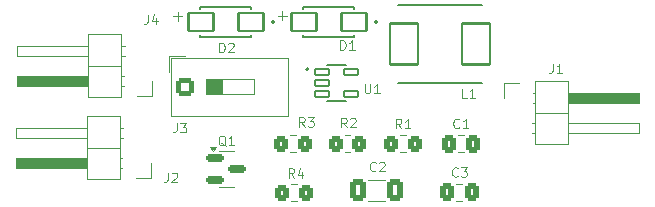
<source format=gbr>
%TF.GenerationSoftware,KiCad,Pcbnew,9.0.1*%
%TF.CreationDate,2025-05-18T00:22:21-05:00*%
%TF.ProjectId,Tiny_Solar_Supply,54696e79-5f53-46f6-9c61-725f53757070,rev?*%
%TF.SameCoordinates,Original*%
%TF.FileFunction,Legend,Top*%
%TF.FilePolarity,Positive*%
%FSLAX46Y46*%
G04 Gerber Fmt 4.6, Leading zero omitted, Abs format (unit mm)*
G04 Created by KiCad (PCBNEW 9.0.1) date 2025-05-18 00:22:21*
%MOMM*%
%LPD*%
G01*
G04 APERTURE LIST*
G04 Aperture macros list*
%AMRoundRect*
0 Rectangle with rounded corners*
0 $1 Rounding radius*
0 $2 $3 $4 $5 $6 $7 $8 $9 X,Y pos of 4 corners*
0 Add a 4 corners polygon primitive as box body*
4,1,4,$2,$3,$4,$5,$6,$7,$8,$9,$2,$3,0*
0 Add four circle primitives for the rounded corners*
1,1,$1+$1,$2,$3*
1,1,$1+$1,$4,$5*
1,1,$1+$1,$6,$7*
1,1,$1+$1,$8,$9*
0 Add four rect primitives between the rounded corners*
20,1,$1+$1,$2,$3,$4,$5,0*
20,1,$1+$1,$4,$5,$6,$7,0*
20,1,$1+$1,$6,$7,$8,$9,0*
20,1,$1+$1,$8,$9,$2,$3,0*%
G04 Aperture macros list end*
%ADD10C,0.100000*%
%ADD11C,0.120000*%
%ADD12C,0.127000*%
%ADD13C,0.200000*%
%ADD14RoundRect,0.250000X-0.550000X-0.550000X0.550000X-0.550000X0.550000X0.550000X-0.550000X0.550000X0*%
%ADD15C,1.600000*%
%ADD16R,1.700000X1.700000*%
%ADD17C,1.700000*%
%ADD18RoundRect,0.089250X-0.597750X-0.267750X0.597750X-0.267750X0.597750X0.267750X-0.597750X0.267750X0*%
%ADD19RoundRect,0.250000X-0.350000X-0.450000X0.350000X-0.450000X0.350000X0.450000X-0.350000X0.450000X0*%
%ADD20RoundRect,0.250000X0.350000X0.450000X-0.350000X0.450000X-0.350000X-0.450000X0.350000X-0.450000X0*%
%ADD21RoundRect,0.150000X-0.587500X-0.150000X0.587500X-0.150000X0.587500X0.150000X-0.587500X0.150000X0*%
%ADD22RoundRect,0.102000X1.175000X1.750000X-1.175000X1.750000X-1.175000X-1.750000X1.175000X-1.750000X0*%
%ADD23RoundRect,0.102000X1.060000X0.750000X-1.060000X0.750000X-1.060000X-0.750000X1.060000X-0.750000X0*%
%ADD24RoundRect,0.250000X-0.337500X-0.475000X0.337500X-0.475000X0.337500X0.475000X-0.337500X0.475000X0*%
%ADD25RoundRect,0.250000X0.412500X0.650000X-0.412500X0.650000X-0.412500X-0.650000X0.412500X-0.650000X0*%
G04 APERTURE END LIST*
D10*
X159214442Y-47861460D02*
X159976347Y-47861460D01*
X159595394Y-48242413D02*
X159595394Y-47480508D01*
X150350605Y-47871806D02*
X151112510Y-47871806D01*
X150731557Y-48252759D02*
X150731557Y-47490854D01*
X150659709Y-56926071D02*
X150659709Y-57497499D01*
X150659709Y-57497499D02*
X150621614Y-57611785D01*
X150621614Y-57611785D02*
X150545423Y-57687976D01*
X150545423Y-57687976D02*
X150431138Y-57726071D01*
X150431138Y-57726071D02*
X150354947Y-57726071D01*
X150964471Y-56926071D02*
X151459709Y-56926071D01*
X151459709Y-56926071D02*
X151193043Y-57230833D01*
X151193043Y-57230833D02*
X151307328Y-57230833D01*
X151307328Y-57230833D02*
X151383519Y-57268928D01*
X151383519Y-57268928D02*
X151421614Y-57307023D01*
X151421614Y-57307023D02*
X151459709Y-57383214D01*
X151459709Y-57383214D02*
X151459709Y-57573690D01*
X151459709Y-57573690D02*
X151421614Y-57649880D01*
X151421614Y-57649880D02*
X151383519Y-57687976D01*
X151383519Y-57687976D02*
X151307328Y-57726071D01*
X151307328Y-57726071D02*
X151078757Y-57726071D01*
X151078757Y-57726071D02*
X151002566Y-57687976D01*
X151002566Y-57687976D02*
X150964471Y-57649880D01*
X182486333Y-51888895D02*
X182486333Y-52460323D01*
X182486333Y-52460323D02*
X182448238Y-52574609D01*
X182448238Y-52574609D02*
X182372047Y-52650800D01*
X182372047Y-52650800D02*
X182257762Y-52688895D01*
X182257762Y-52688895D02*
X182181571Y-52688895D01*
X183286333Y-52688895D02*
X182829190Y-52688895D01*
X183057762Y-52688895D02*
X183057762Y-51888895D01*
X183057762Y-51888895D02*
X182981571Y-52003180D01*
X182981571Y-52003180D02*
X182905381Y-52079371D01*
X182905381Y-52079371D02*
X182829190Y-52117466D01*
X149886373Y-61122740D02*
X149886373Y-61694168D01*
X149886373Y-61694168D02*
X149848278Y-61808454D01*
X149848278Y-61808454D02*
X149772087Y-61884645D01*
X149772087Y-61884645D02*
X149657802Y-61922740D01*
X149657802Y-61922740D02*
X149581611Y-61922740D01*
X150229230Y-61198930D02*
X150267326Y-61160835D01*
X150267326Y-61160835D02*
X150343516Y-61122740D01*
X150343516Y-61122740D02*
X150533992Y-61122740D01*
X150533992Y-61122740D02*
X150610183Y-61160835D01*
X150610183Y-61160835D02*
X150648278Y-61198930D01*
X150648278Y-61198930D02*
X150686373Y-61275121D01*
X150686373Y-61275121D02*
X150686373Y-61351311D01*
X150686373Y-61351311D02*
X150648278Y-61465597D01*
X150648278Y-61465597D02*
X150191135Y-61922740D01*
X150191135Y-61922740D02*
X150686373Y-61922740D01*
X166577052Y-53615427D02*
X166577052Y-54263046D01*
X166577052Y-54263046D02*
X166615147Y-54339236D01*
X166615147Y-54339236D02*
X166653242Y-54377332D01*
X166653242Y-54377332D02*
X166729433Y-54415427D01*
X166729433Y-54415427D02*
X166881814Y-54415427D01*
X166881814Y-54415427D02*
X166958004Y-54377332D01*
X166958004Y-54377332D02*
X166996099Y-54339236D01*
X166996099Y-54339236D02*
X167034195Y-54263046D01*
X167034195Y-54263046D02*
X167034195Y-53615427D01*
X167834194Y-54415427D02*
X167377051Y-54415427D01*
X167605623Y-54415427D02*
X167605623Y-53615427D01*
X167605623Y-53615427D02*
X167529432Y-53729712D01*
X167529432Y-53729712D02*
X167453242Y-53805903D01*
X167453242Y-53805903D02*
X167377051Y-53843998D01*
X160588753Y-61564813D02*
X160322086Y-61183860D01*
X160131610Y-61564813D02*
X160131610Y-60764813D01*
X160131610Y-60764813D02*
X160436372Y-60764813D01*
X160436372Y-60764813D02*
X160512562Y-60802908D01*
X160512562Y-60802908D02*
X160550657Y-60841003D01*
X160550657Y-60841003D02*
X160588753Y-60917194D01*
X160588753Y-60917194D02*
X160588753Y-61031479D01*
X160588753Y-61031479D02*
X160550657Y-61107670D01*
X160550657Y-61107670D02*
X160512562Y-61145765D01*
X160512562Y-61145765D02*
X160436372Y-61183860D01*
X160436372Y-61183860D02*
X160131610Y-61183860D01*
X161274467Y-61031479D02*
X161274467Y-61564813D01*
X161083991Y-60726718D02*
X160893514Y-61298146D01*
X160893514Y-61298146D02*
X161388753Y-61298146D01*
X161481196Y-57232346D02*
X161214529Y-56851393D01*
X161024053Y-57232346D02*
X161024053Y-56432346D01*
X161024053Y-56432346D02*
X161328815Y-56432346D01*
X161328815Y-56432346D02*
X161405005Y-56470441D01*
X161405005Y-56470441D02*
X161443100Y-56508536D01*
X161443100Y-56508536D02*
X161481196Y-56584727D01*
X161481196Y-56584727D02*
X161481196Y-56699012D01*
X161481196Y-56699012D02*
X161443100Y-56775203D01*
X161443100Y-56775203D02*
X161405005Y-56813298D01*
X161405005Y-56813298D02*
X161328815Y-56851393D01*
X161328815Y-56851393D02*
X161024053Y-56851393D01*
X161747862Y-56432346D02*
X162243100Y-56432346D01*
X162243100Y-56432346D02*
X161976434Y-56737108D01*
X161976434Y-56737108D02*
X162090719Y-56737108D01*
X162090719Y-56737108D02*
X162166910Y-56775203D01*
X162166910Y-56775203D02*
X162205005Y-56813298D01*
X162205005Y-56813298D02*
X162243100Y-56889489D01*
X162243100Y-56889489D02*
X162243100Y-57079965D01*
X162243100Y-57079965D02*
X162205005Y-57156155D01*
X162205005Y-57156155D02*
X162166910Y-57194251D01*
X162166910Y-57194251D02*
X162090719Y-57232346D01*
X162090719Y-57232346D02*
X161862148Y-57232346D01*
X161862148Y-57232346D02*
X161785957Y-57194251D01*
X161785957Y-57194251D02*
X161747862Y-57156155D01*
X165043075Y-57302878D02*
X164776408Y-56921925D01*
X164585932Y-57302878D02*
X164585932Y-56502878D01*
X164585932Y-56502878D02*
X164890694Y-56502878D01*
X164890694Y-56502878D02*
X164966884Y-56540973D01*
X164966884Y-56540973D02*
X165004979Y-56579068D01*
X165004979Y-56579068D02*
X165043075Y-56655259D01*
X165043075Y-56655259D02*
X165043075Y-56769544D01*
X165043075Y-56769544D02*
X165004979Y-56845735D01*
X165004979Y-56845735D02*
X164966884Y-56883830D01*
X164966884Y-56883830D02*
X164890694Y-56921925D01*
X164890694Y-56921925D02*
X164585932Y-56921925D01*
X165347836Y-56579068D02*
X165385932Y-56540973D01*
X165385932Y-56540973D02*
X165462122Y-56502878D01*
X165462122Y-56502878D02*
X165652598Y-56502878D01*
X165652598Y-56502878D02*
X165728789Y-56540973D01*
X165728789Y-56540973D02*
X165766884Y-56579068D01*
X165766884Y-56579068D02*
X165804979Y-56655259D01*
X165804979Y-56655259D02*
X165804979Y-56731449D01*
X165804979Y-56731449D02*
X165766884Y-56845735D01*
X165766884Y-56845735D02*
X165309741Y-57302878D01*
X165309741Y-57302878D02*
X165804979Y-57302878D01*
X169685654Y-57380918D02*
X169418987Y-56999965D01*
X169228511Y-57380918D02*
X169228511Y-56580918D01*
X169228511Y-56580918D02*
X169533273Y-56580918D01*
X169533273Y-56580918D02*
X169609463Y-56619013D01*
X169609463Y-56619013D02*
X169647558Y-56657108D01*
X169647558Y-56657108D02*
X169685654Y-56733299D01*
X169685654Y-56733299D02*
X169685654Y-56847584D01*
X169685654Y-56847584D02*
X169647558Y-56923775D01*
X169647558Y-56923775D02*
X169609463Y-56961870D01*
X169609463Y-56961870D02*
X169533273Y-56999965D01*
X169533273Y-56999965D02*
X169228511Y-56999965D01*
X170447558Y-57380918D02*
X169990415Y-57380918D01*
X170218987Y-57380918D02*
X170218987Y-56580918D01*
X170218987Y-56580918D02*
X170142796Y-56695203D01*
X170142796Y-56695203D02*
X170066606Y-56771394D01*
X170066606Y-56771394D02*
X169990415Y-56809489D01*
X154787824Y-58860527D02*
X154711634Y-58822432D01*
X154711634Y-58822432D02*
X154635443Y-58746242D01*
X154635443Y-58746242D02*
X154521157Y-58631956D01*
X154521157Y-58631956D02*
X154444967Y-58593861D01*
X154444967Y-58593861D02*
X154368776Y-58593861D01*
X154406872Y-58784337D02*
X154330681Y-58746242D01*
X154330681Y-58746242D02*
X154254491Y-58670051D01*
X154254491Y-58670051D02*
X154216395Y-58517670D01*
X154216395Y-58517670D02*
X154216395Y-58251003D01*
X154216395Y-58251003D02*
X154254491Y-58098622D01*
X154254491Y-58098622D02*
X154330681Y-58022432D01*
X154330681Y-58022432D02*
X154406872Y-57984337D01*
X154406872Y-57984337D02*
X154559253Y-57984337D01*
X154559253Y-57984337D02*
X154635443Y-58022432D01*
X154635443Y-58022432D02*
X154711634Y-58098622D01*
X154711634Y-58098622D02*
X154749729Y-58251003D01*
X154749729Y-58251003D02*
X154749729Y-58517670D01*
X154749729Y-58517670D02*
X154711634Y-58670051D01*
X154711634Y-58670051D02*
X154635443Y-58746242D01*
X154635443Y-58746242D02*
X154559253Y-58784337D01*
X154559253Y-58784337D02*
X154406872Y-58784337D01*
X155511633Y-58784337D02*
X155054490Y-58784337D01*
X155283062Y-58784337D02*
X155283062Y-57984337D01*
X155283062Y-57984337D02*
X155206871Y-58098622D01*
X155206871Y-58098622D02*
X155130681Y-58174813D01*
X155130681Y-58174813D02*
X155054490Y-58212908D01*
X175219620Y-54808715D02*
X174838668Y-54808715D01*
X174838668Y-54808715D02*
X174838668Y-54008715D01*
X175905334Y-54808715D02*
X175448191Y-54808715D01*
X175676763Y-54808715D02*
X175676763Y-54008715D01*
X175676763Y-54008715D02*
X175600572Y-54123000D01*
X175600572Y-54123000D02*
X175524382Y-54199191D01*
X175524382Y-54199191D02*
X175448191Y-54237286D01*
X148193600Y-47756880D02*
X148193600Y-48328308D01*
X148193600Y-48328308D02*
X148155505Y-48442594D01*
X148155505Y-48442594D02*
X148079314Y-48518785D01*
X148079314Y-48518785D02*
X147965029Y-48556880D01*
X147965029Y-48556880D02*
X147888838Y-48556880D01*
X148917410Y-48023546D02*
X148917410Y-48556880D01*
X148726934Y-47718785D02*
X148536457Y-48290213D01*
X148536457Y-48290213D02*
X149031696Y-48290213D01*
X154255348Y-50921388D02*
X154255348Y-50121388D01*
X154255348Y-50121388D02*
X154445824Y-50121388D01*
X154445824Y-50121388D02*
X154560110Y-50159483D01*
X154560110Y-50159483D02*
X154636300Y-50235673D01*
X154636300Y-50235673D02*
X154674395Y-50311864D01*
X154674395Y-50311864D02*
X154712491Y-50464245D01*
X154712491Y-50464245D02*
X154712491Y-50578531D01*
X154712491Y-50578531D02*
X154674395Y-50730912D01*
X154674395Y-50730912D02*
X154636300Y-50807102D01*
X154636300Y-50807102D02*
X154560110Y-50883293D01*
X154560110Y-50883293D02*
X154445824Y-50921388D01*
X154445824Y-50921388D02*
X154255348Y-50921388D01*
X155017252Y-50197578D02*
X155055348Y-50159483D01*
X155055348Y-50159483D02*
X155131538Y-50121388D01*
X155131538Y-50121388D02*
X155322014Y-50121388D01*
X155322014Y-50121388D02*
X155398205Y-50159483D01*
X155398205Y-50159483D02*
X155436300Y-50197578D01*
X155436300Y-50197578D02*
X155474395Y-50273769D01*
X155474395Y-50273769D02*
X155474395Y-50349959D01*
X155474395Y-50349959D02*
X155436300Y-50464245D01*
X155436300Y-50464245D02*
X154979157Y-50921388D01*
X154979157Y-50921388D02*
X155474395Y-50921388D01*
X164509524Y-50720239D02*
X164509524Y-49920239D01*
X164509524Y-49920239D02*
X164700000Y-49920239D01*
X164700000Y-49920239D02*
X164814286Y-49958334D01*
X164814286Y-49958334D02*
X164890476Y-50034524D01*
X164890476Y-50034524D02*
X164928571Y-50110715D01*
X164928571Y-50110715D02*
X164966667Y-50263096D01*
X164966667Y-50263096D02*
X164966667Y-50377382D01*
X164966667Y-50377382D02*
X164928571Y-50529763D01*
X164928571Y-50529763D02*
X164890476Y-50605953D01*
X164890476Y-50605953D02*
X164814286Y-50682144D01*
X164814286Y-50682144D02*
X164700000Y-50720239D01*
X164700000Y-50720239D02*
X164509524Y-50720239D01*
X165728571Y-50720239D02*
X165271428Y-50720239D01*
X165500000Y-50720239D02*
X165500000Y-49920239D01*
X165500000Y-49920239D02*
X165423809Y-50034524D01*
X165423809Y-50034524D02*
X165347619Y-50110715D01*
X165347619Y-50110715D02*
X165271428Y-50148810D01*
X174444346Y-61400863D02*
X174406250Y-61438959D01*
X174406250Y-61438959D02*
X174291965Y-61477054D01*
X174291965Y-61477054D02*
X174215774Y-61477054D01*
X174215774Y-61477054D02*
X174101488Y-61438959D01*
X174101488Y-61438959D02*
X174025298Y-61362768D01*
X174025298Y-61362768D02*
X173987203Y-61286578D01*
X173987203Y-61286578D02*
X173949107Y-61134197D01*
X173949107Y-61134197D02*
X173949107Y-61019911D01*
X173949107Y-61019911D02*
X173987203Y-60867530D01*
X173987203Y-60867530D02*
X174025298Y-60791339D01*
X174025298Y-60791339D02*
X174101488Y-60715149D01*
X174101488Y-60715149D02*
X174215774Y-60677054D01*
X174215774Y-60677054D02*
X174291965Y-60677054D01*
X174291965Y-60677054D02*
X174406250Y-60715149D01*
X174406250Y-60715149D02*
X174444346Y-60753244D01*
X174711012Y-60677054D02*
X175206250Y-60677054D01*
X175206250Y-60677054D02*
X174939584Y-60981816D01*
X174939584Y-60981816D02*
X175053869Y-60981816D01*
X175053869Y-60981816D02*
X175130060Y-61019911D01*
X175130060Y-61019911D02*
X175168155Y-61058006D01*
X175168155Y-61058006D02*
X175206250Y-61134197D01*
X175206250Y-61134197D02*
X175206250Y-61324673D01*
X175206250Y-61324673D02*
X175168155Y-61400863D01*
X175168155Y-61400863D02*
X175130060Y-61438959D01*
X175130060Y-61438959D02*
X175053869Y-61477054D01*
X175053869Y-61477054D02*
X174825298Y-61477054D01*
X174825298Y-61477054D02*
X174749107Y-61438959D01*
X174749107Y-61438959D02*
X174711012Y-61400863D01*
X167511703Y-60935960D02*
X167473607Y-60974056D01*
X167473607Y-60974056D02*
X167359322Y-61012151D01*
X167359322Y-61012151D02*
X167283131Y-61012151D01*
X167283131Y-61012151D02*
X167168845Y-60974056D01*
X167168845Y-60974056D02*
X167092655Y-60897865D01*
X167092655Y-60897865D02*
X167054560Y-60821675D01*
X167054560Y-60821675D02*
X167016464Y-60669294D01*
X167016464Y-60669294D02*
X167016464Y-60555008D01*
X167016464Y-60555008D02*
X167054560Y-60402627D01*
X167054560Y-60402627D02*
X167092655Y-60326436D01*
X167092655Y-60326436D02*
X167168845Y-60250246D01*
X167168845Y-60250246D02*
X167283131Y-60212151D01*
X167283131Y-60212151D02*
X167359322Y-60212151D01*
X167359322Y-60212151D02*
X167473607Y-60250246D01*
X167473607Y-60250246D02*
X167511703Y-60288341D01*
X167816464Y-60288341D02*
X167854560Y-60250246D01*
X167854560Y-60250246D02*
X167930750Y-60212151D01*
X167930750Y-60212151D02*
X168121226Y-60212151D01*
X168121226Y-60212151D02*
X168197417Y-60250246D01*
X168197417Y-60250246D02*
X168235512Y-60288341D01*
X168235512Y-60288341D02*
X168273607Y-60364532D01*
X168273607Y-60364532D02*
X168273607Y-60440722D01*
X168273607Y-60440722D02*
X168235512Y-60555008D01*
X168235512Y-60555008D02*
X167778369Y-61012151D01*
X167778369Y-61012151D02*
X168273607Y-61012151D01*
X174579710Y-57274727D02*
X174541614Y-57312823D01*
X174541614Y-57312823D02*
X174427329Y-57350918D01*
X174427329Y-57350918D02*
X174351138Y-57350918D01*
X174351138Y-57350918D02*
X174236852Y-57312823D01*
X174236852Y-57312823D02*
X174160662Y-57236632D01*
X174160662Y-57236632D02*
X174122567Y-57160442D01*
X174122567Y-57160442D02*
X174084471Y-57008061D01*
X174084471Y-57008061D02*
X174084471Y-56893775D01*
X174084471Y-56893775D02*
X174122567Y-56741394D01*
X174122567Y-56741394D02*
X174160662Y-56665203D01*
X174160662Y-56665203D02*
X174236852Y-56589013D01*
X174236852Y-56589013D02*
X174351138Y-56550918D01*
X174351138Y-56550918D02*
X174427329Y-56550918D01*
X174427329Y-56550918D02*
X174541614Y-56589013D01*
X174541614Y-56589013D02*
X174579710Y-56627108D01*
X175341614Y-57350918D02*
X174884471Y-57350918D01*
X175113043Y-57350918D02*
X175113043Y-56550918D01*
X175113043Y-56550918D02*
X175036852Y-56665203D01*
X175036852Y-56665203D02*
X174960662Y-56741394D01*
X174960662Y-56741394D02*
X174884471Y-56779489D01*
D11*
%TO.C,J3*%
X149969570Y-51209831D02*
X149969570Y-52592831D01*
X149969570Y-51209831D02*
X151352570Y-51209831D01*
X150209570Y-51449831D02*
X150209570Y-56289831D01*
X150209570Y-51449831D02*
X160109570Y-51449831D01*
X150209570Y-56289831D02*
X160109570Y-56289831D01*
X154482903Y-53234831D02*
X154482903Y-54504831D01*
X160109570Y-51449831D02*
X160109570Y-56289831D01*
X153129570Y-53234831D02*
X154482903Y-53234831D01*
X154482903Y-54504831D01*
X153129570Y-54504831D01*
X153129570Y-53234831D01*
G36*
X153129570Y-53234831D02*
G01*
X154482903Y-53234831D01*
X154482903Y-54504831D01*
X153129570Y-54504831D01*
X153129570Y-53234831D01*
G37*
X153129570Y-53234831D02*
X157189570Y-53234831D01*
X157189570Y-54504831D01*
X153129570Y-54504831D01*
X153129570Y-53234831D01*
%TO.C,J1*%
X178365516Y-53516750D02*
X179635516Y-53516750D01*
X178365516Y-54786750D02*
X178365516Y-53516750D01*
X180712874Y-56896750D02*
X181025516Y-56896750D01*
X180712874Y-57756750D02*
X181025516Y-57756750D01*
X180795516Y-54356750D02*
X181025516Y-54356750D01*
X180795516Y-55216750D02*
X181025516Y-55216750D01*
X181025516Y-53406750D02*
X181025516Y-58706750D01*
X181025516Y-56056750D02*
X183785516Y-56056750D01*
X181025516Y-58706750D02*
X183785516Y-58706750D01*
X183785516Y-53406750D02*
X181025516Y-53406750D01*
X183785516Y-56896750D02*
X189785516Y-56896750D01*
X183785516Y-58706750D02*
X183785516Y-53406750D01*
X189785516Y-56896750D02*
X189785516Y-57756750D01*
X189785516Y-57756750D02*
X183785516Y-57756750D01*
X183785516Y-54356750D02*
X189785516Y-54356750D01*
X189785516Y-55216750D01*
X183785516Y-55216750D01*
X183785516Y-54356750D01*
G36*
X183785516Y-54356750D02*
G01*
X189785516Y-54356750D01*
X189785516Y-55216750D01*
X183785516Y-55216750D01*
X183785516Y-54356750D01*
G37*
%TO.C,J2*%
X148495952Y-61559104D02*
X147225952Y-61559104D01*
X148495952Y-60289104D02*
X148495952Y-61559104D01*
X146148594Y-58179104D02*
X145835952Y-58179104D01*
X146148594Y-57319104D02*
X145835952Y-57319104D01*
X146065952Y-60719104D02*
X145835952Y-60719104D01*
X146065952Y-59859104D02*
X145835952Y-59859104D01*
X145835952Y-61669104D02*
X145835952Y-56369104D01*
X145835952Y-59019104D02*
X143075952Y-59019104D01*
X145835952Y-56369104D02*
X143075952Y-56369104D01*
X143075952Y-61669104D02*
X145835952Y-61669104D01*
X143075952Y-58179104D02*
X137075952Y-58179104D01*
X143075952Y-56369104D02*
X143075952Y-61669104D01*
X137075952Y-58179104D02*
X137075952Y-57319104D01*
X137075952Y-57319104D02*
X143075952Y-57319104D01*
X143075952Y-60719104D02*
X137075952Y-60719104D01*
X137075952Y-59859104D01*
X143075952Y-59859104D01*
X143075952Y-60719104D01*
G36*
X143075952Y-60719104D02*
G01*
X137075952Y-60719104D01*
X137075952Y-59859104D01*
X143075952Y-59859104D01*
X143075952Y-60719104D01*
G37*
D12*
%TO.C,U1*%
X163369376Y-51999355D02*
X164969376Y-51999355D01*
X163369376Y-55039355D02*
X164969376Y-55039355D01*
D13*
X161819376Y-52369355D02*
G75*
G02*
X161619376Y-52369355I-100000J0D01*
G01*
X161619376Y-52369355D02*
G75*
G02*
X161819376Y-52369355I100000J0D01*
G01*
D11*
%TO.C,R4*%
X160366506Y-62087159D02*
X160820634Y-62087159D01*
X160366506Y-63557159D02*
X160820634Y-63557159D01*
%TO.C,R3*%
X160725627Y-59401023D02*
X160271499Y-59401023D01*
X160725627Y-57931023D02*
X160271499Y-57931023D01*
%TO.C,R2*%
X164878812Y-57931023D02*
X165332940Y-57931023D01*
X164878812Y-59401023D02*
X165332940Y-59401023D01*
%TO.C,R1*%
X169591923Y-57931023D02*
X170046051Y-57931023D01*
X169591923Y-59401023D02*
X170046051Y-59401023D01*
%TO.C,Q1*%
X154864015Y-59259442D02*
X154214015Y-59259442D01*
X154864015Y-59259442D02*
X155514015Y-59259442D01*
X154864015Y-62379442D02*
X154214015Y-62379442D01*
X154864015Y-62379442D02*
X155514015Y-62379442D01*
X153701515Y-59309442D02*
X153461515Y-58979442D01*
X153941515Y-58979442D01*
X153701515Y-59309442D01*
G36*
X153701515Y-59309442D02*
G01*
X153461515Y-58979442D01*
X153941515Y-58979442D01*
X153701515Y-59309442D01*
G37*
D12*
%TO.C,L1*%
X176484954Y-53537420D02*
X169384954Y-53537420D01*
X176484954Y-46937420D02*
X169384954Y-46937420D01*
D11*
%TO.C,J4*%
X148590000Y-54610000D02*
X147320000Y-54610000D01*
X148590000Y-53340000D02*
X148590000Y-54610000D01*
X146242642Y-51230000D02*
X145930000Y-51230000D01*
X146242642Y-50370000D02*
X145930000Y-50370000D01*
X146160000Y-53770000D02*
X145930000Y-53770000D01*
X146160000Y-52910000D02*
X145930000Y-52910000D01*
X145930000Y-54720000D02*
X145930000Y-49420000D01*
X145930000Y-52070000D02*
X143170000Y-52070000D01*
X145930000Y-49420000D02*
X143170000Y-49420000D01*
X143170000Y-54720000D02*
X145930000Y-54720000D01*
X143170000Y-51230000D02*
X137170000Y-51230000D01*
X143170000Y-49420000D02*
X143170000Y-54720000D01*
X137170000Y-51230000D02*
X137170000Y-50370000D01*
X137170000Y-50370000D02*
X143170000Y-50370000D01*
X143170000Y-53770000D02*
X137170000Y-53770000D01*
X137170000Y-52910000D01*
X143170000Y-52910000D01*
X143170000Y-53770000D01*
G36*
X143170000Y-53770000D02*
G01*
X137170000Y-53770000D01*
X137170000Y-52910000D01*
X143170000Y-52910000D01*
X143170000Y-53770000D01*
G37*
D12*
%TO.C,D2*%
X156975558Y-49649994D02*
X156975558Y-49439994D01*
X156975558Y-47089994D02*
X156975558Y-47299994D01*
X152645558Y-49439994D02*
X152645558Y-49649994D01*
X152645558Y-47089994D02*
X152645558Y-47299994D01*
X156975558Y-47089994D02*
X152645558Y-47089994D01*
X152645558Y-49649994D02*
X156975558Y-49649994D01*
D13*
X158910558Y-48369994D02*
G75*
G02*
X158710558Y-48369994I-100000J0D01*
G01*
X158710558Y-48369994D02*
G75*
G02*
X158910558Y-48369994I100000J0D01*
G01*
D12*
%TO.C,D1*%
X165688224Y-49649994D02*
X165688224Y-49439994D01*
X165688224Y-47089994D02*
X165688224Y-47299994D01*
X161358224Y-49439994D02*
X161358224Y-49649994D01*
X161358224Y-47089994D02*
X161358224Y-47299994D01*
X165688224Y-47089994D02*
X161358224Y-47089994D01*
X161358224Y-49649994D02*
X165688224Y-49649994D01*
D13*
X167623224Y-48369994D02*
G75*
G02*
X167423224Y-48369994I-100000J0D01*
G01*
X167423224Y-48369994D02*
G75*
G02*
X167623224Y-48369994I100000J0D01*
G01*
D11*
%TO.C,C3*%
X174316427Y-62057159D02*
X174838931Y-62057159D01*
X174316427Y-63527159D02*
X174838931Y-63527159D01*
%TO.C,C2*%
X168274965Y-63532159D02*
X166852461Y-63532159D01*
X168274965Y-61712159D02*
X166852461Y-61712159D01*
%TO.C,C1*%
X174451791Y-57931023D02*
X174974295Y-57931023D01*
X174451791Y-59401023D02*
X174974295Y-59401023D01*
%TD*%
%LPC*%
D14*
%TO.C,J3*%
X151349570Y-53869831D03*
D15*
X158969570Y-53869831D03*
%TD*%
D16*
%TO.C,J1*%
X179635516Y-54786750D03*
D17*
X179635516Y-57326750D03*
%TD*%
D16*
%TO.C,J2*%
X147225952Y-60289104D03*
D17*
X147225952Y-57749104D03*
%TD*%
D18*
%TO.C,U1*%
X162919376Y-52569355D03*
X162919376Y-53519355D03*
X162919376Y-54469355D03*
X165419376Y-54469355D03*
X165419376Y-52569355D03*
%TD*%
D19*
%TO.C,R4*%
X159593570Y-62822159D03*
X161593570Y-62822159D03*
%TD*%
D20*
%TO.C,R3*%
X161498563Y-58666023D03*
X159498563Y-58666023D03*
%TD*%
D19*
%TO.C,R2*%
X164105876Y-58666023D03*
X166105876Y-58666023D03*
%TD*%
%TO.C,R1*%
X168818987Y-58666023D03*
X170818987Y-58666023D03*
%TD*%
D21*
%TO.C,Q1*%
X153926515Y-59869442D03*
X153926515Y-61769442D03*
X155801515Y-60819442D03*
%TD*%
D22*
%TO.C,L1*%
X175959954Y-50237420D03*
X169909954Y-50237420D03*
%TD*%
D16*
%TO.C,J4*%
X147320000Y-53340000D03*
D17*
X147320000Y-50800000D03*
%TD*%
D23*
%TO.C,D2*%
X156925558Y-48369994D03*
X152695558Y-48369994D03*
%TD*%
%TO.C,D1*%
X165638224Y-48369994D03*
X161408224Y-48369994D03*
%TD*%
D24*
%TO.C,C3*%
X173540179Y-62792159D03*
X175615179Y-62792159D03*
%TD*%
D25*
%TO.C,C2*%
X169126213Y-62622159D03*
X166001213Y-62622159D03*
%TD*%
D24*
%TO.C,C1*%
X173675543Y-58666023D03*
X175750543Y-58666023D03*
%TD*%
%LPD*%
M02*

</source>
